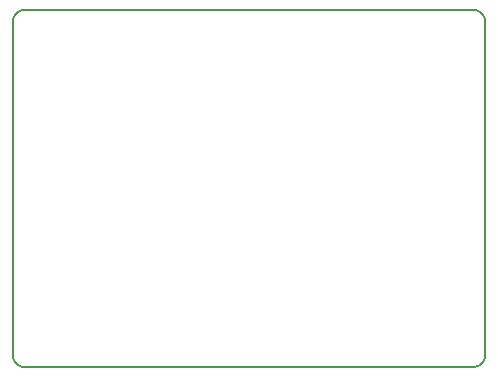
<source format=gbr>
G04 #@! TF.FileFunction,Profile,NP*
%FSLAX46Y46*%
G04 Gerber Fmt 4.6, Leading zero omitted, Abs format (unit mm)*
G04 Created by KiCad (PCBNEW 4.0.4-stable) date 03/14/17 06:36:14*
%MOMM*%
%LPD*%
G01*
G04 APERTURE LIST*
%ADD10C,0.100000*%
%ADD11C,0.150000*%
G04 APERTURE END LIST*
D10*
D11*
X64250000Y-49500000D02*
X64250000Y-21250000D01*
X24250000Y-21250000D02*
X24250000Y-49500000D01*
X25250000Y-50500000D02*
X63250000Y-50500000D01*
X63250000Y-20250000D02*
X25250000Y-20250000D01*
X63250000Y-50500000D02*
G75*
G03X64250000Y-49500000I0J1000000D01*
G01*
X64250000Y-21250000D02*
G75*
G03X63250000Y-20250000I-1000000J0D01*
G01*
X25250000Y-20250000D02*
G75*
G03X24250000Y-21250000I0J-1000000D01*
G01*
X24250000Y-49500000D02*
G75*
G03X25250000Y-50500000I1000000J0D01*
G01*
M02*

</source>
